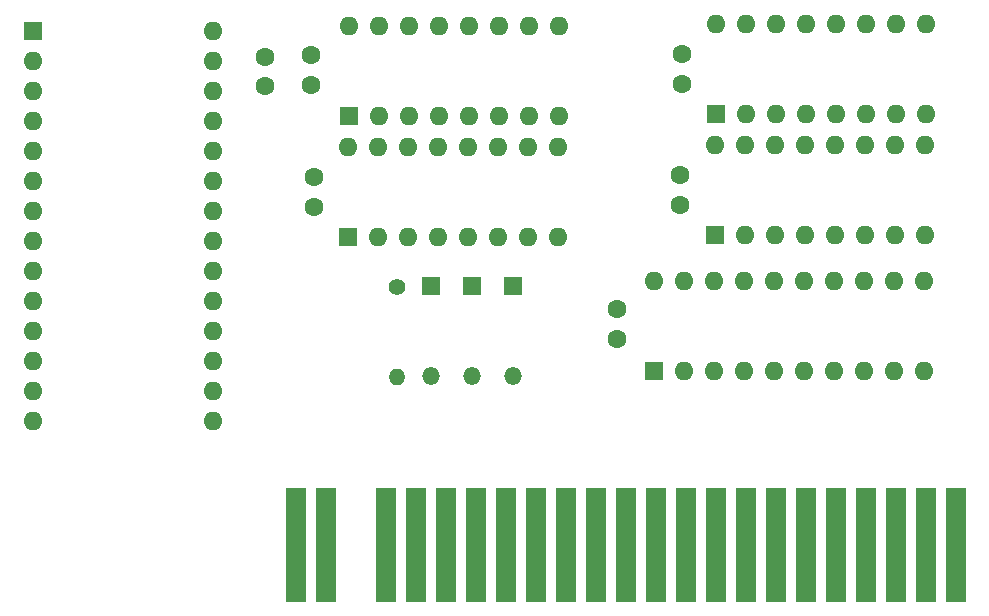
<source format=gbr>
%TF.GenerationSoftware,KiCad,Pcbnew,8.0.2*%
%TF.CreationDate,2024-05-20T10:37:38+02:00*%
%TF.ProjectId,zx81-external-rom-with-display,7a783831-2d65-4787-9465-726e616c2d72,rev?*%
%TF.SameCoordinates,Original*%
%TF.FileFunction,Soldermask,Bot*%
%TF.FilePolarity,Negative*%
%FSLAX46Y46*%
G04 Gerber Fmt 4.6, Leading zero omitted, Abs format (unit mm)*
G04 Created by KiCad (PCBNEW 8.0.2) date 2024-05-20 10:37:38*
%MOMM*%
%LPD*%
G01*
G04 APERTURE LIST*
%ADD10C,1.600000*%
%ADD11R,1.600000X1.600000*%
%ADD12O,1.600000X1.600000*%
%ADD13C,1.400000*%
%ADD14O,1.400000X1.400000*%
%ADD15R,1.500000X1.500000*%
%ADD16O,1.500000X1.500000*%
%ADD17R,1.778000X9.620000*%
G04 APERTURE END LIST*
D10*
%TO.C,C2*%
X131370000Y-101160000D03*
X131370000Y-98660000D03*
%TD*%
%TO.C,C3*%
X136655000Y-87330000D03*
X136655000Y-89830000D03*
%TD*%
%TO.C,C6*%
X136810000Y-77090000D03*
X136810000Y-79590000D03*
%TD*%
D11*
%TO.C,U6*%
X139680000Y-82160000D03*
D12*
X142220000Y-82160000D03*
X144760000Y-82160000D03*
X147300000Y-82160000D03*
X149840000Y-82160000D03*
X152380000Y-82160000D03*
X154920000Y-82160000D03*
X157460000Y-82160000D03*
X157460000Y-74540000D03*
X154920000Y-74540000D03*
X152380000Y-74540000D03*
X149840000Y-74540000D03*
X147300000Y-74540000D03*
X144760000Y-74540000D03*
X142220000Y-74540000D03*
X139680000Y-74540000D03*
%TD*%
D11*
%TO.C,U1*%
X81890000Y-75100000D03*
D12*
X81890000Y-77640000D03*
X81890000Y-80180000D03*
X81890000Y-82720000D03*
X81890000Y-85260000D03*
X81890000Y-87800000D03*
X81890000Y-90340000D03*
X81890000Y-92880000D03*
X81890000Y-95420000D03*
X81890000Y-97960000D03*
X81890000Y-100500000D03*
X81890000Y-103040000D03*
X81890000Y-105580000D03*
X81890000Y-108120000D03*
X97130000Y-108120000D03*
X97130000Y-105580000D03*
X97130000Y-103040000D03*
X97130000Y-100500000D03*
X97130000Y-97960000D03*
X97130000Y-95420000D03*
X97130000Y-92880000D03*
X97130000Y-90340000D03*
X97130000Y-87800000D03*
X97130000Y-85260000D03*
X97130000Y-82720000D03*
X97130000Y-80180000D03*
X97130000Y-77640000D03*
X97130000Y-75100000D03*
%TD*%
D11*
%TO.C,U3*%
X139615000Y-92380000D03*
D12*
X142155000Y-92380000D03*
X144695000Y-92380000D03*
X147235000Y-92380000D03*
X149775000Y-92380000D03*
X152315000Y-92380000D03*
X154855000Y-92380000D03*
X157395000Y-92380000D03*
X157395000Y-84760000D03*
X154855000Y-84760000D03*
X152315000Y-84760000D03*
X149775000Y-84760000D03*
X147235000Y-84760000D03*
X144695000Y-84760000D03*
X142155000Y-84760000D03*
X139615000Y-84760000D03*
%TD*%
D10*
%TO.C,C5*%
X105690000Y-87500000D03*
X105690000Y-90000000D03*
%TD*%
D11*
%TO.C,U2*%
X134450000Y-103870000D03*
D12*
X136990000Y-103870000D03*
X139530000Y-103870000D03*
X142070000Y-103870000D03*
X144610000Y-103870000D03*
X147150000Y-103870000D03*
X149690000Y-103870000D03*
X152230000Y-103870000D03*
X154770000Y-103870000D03*
X157310000Y-103870000D03*
X157310000Y-96250000D03*
X154770000Y-96250000D03*
X152230000Y-96250000D03*
X149690000Y-96250000D03*
X147150000Y-96250000D03*
X144610000Y-96250000D03*
X142070000Y-96250000D03*
X139530000Y-96250000D03*
X136990000Y-96250000D03*
X134450000Y-96250000D03*
%TD*%
D13*
%TO.C,R2*%
X112670000Y-96815000D03*
D14*
X112670000Y-104435000D03*
%TD*%
D10*
%TO.C,C4*%
X105465000Y-79660000D03*
X105465000Y-77160000D03*
%TD*%
D15*
%TO.C,D6*%
X115620000Y-96725000D03*
D16*
X115620000Y-104345000D03*
%TD*%
D15*
%TO.C,D5*%
X119080000Y-96715000D03*
D16*
X119080000Y-104335000D03*
%TD*%
D15*
%TO.C,D4*%
X122540000Y-96725000D03*
D16*
X122540000Y-104345000D03*
%TD*%
D17*
%TO.C,J1*%
X104119982Y-118590000D03*
X106659982Y-118590000D03*
X111739982Y-118590000D03*
X114279982Y-118590000D03*
X116819982Y-118590000D03*
X119359982Y-118590000D03*
X121899982Y-118590000D03*
X124439982Y-118590000D03*
X126979982Y-118590000D03*
X129519982Y-118590000D03*
X132059982Y-118590000D03*
X134599982Y-118590000D03*
X137139982Y-118590000D03*
X139679982Y-118590000D03*
X142219982Y-118590000D03*
X144759982Y-118590000D03*
X147299982Y-118590000D03*
X149839982Y-118590000D03*
X152379982Y-118590000D03*
X154919982Y-118590000D03*
X157459982Y-118590000D03*
X159999982Y-118590000D03*
%TD*%
D11*
%TO.C,U4*%
X108660000Y-82330000D03*
D12*
X111200000Y-82330000D03*
X113740000Y-82330000D03*
X116280000Y-82330000D03*
X118820000Y-82330000D03*
X121360000Y-82330000D03*
X123900000Y-82330000D03*
X126440000Y-82330000D03*
X126440000Y-74710000D03*
X123900000Y-74710000D03*
X121360000Y-74710000D03*
X118820000Y-74710000D03*
X116280000Y-74710000D03*
X113740000Y-74710000D03*
X111200000Y-74710000D03*
X108660000Y-74710000D03*
%TD*%
D10*
%TO.C,C1*%
X101550000Y-77280000D03*
X101550000Y-79780000D03*
%TD*%
D11*
%TO.C,U5*%
X108600000Y-92540000D03*
D12*
X111140000Y-92540000D03*
X113680000Y-92540000D03*
X116220000Y-92540000D03*
X118760000Y-92540000D03*
X121300000Y-92540000D03*
X123840000Y-92540000D03*
X126380000Y-92540000D03*
X126380000Y-84920000D03*
X123840000Y-84920000D03*
X121300000Y-84920000D03*
X118760000Y-84920000D03*
X116220000Y-84920000D03*
X113680000Y-84920000D03*
X111140000Y-84920000D03*
X108600000Y-84920000D03*
%TD*%
M02*

</source>
